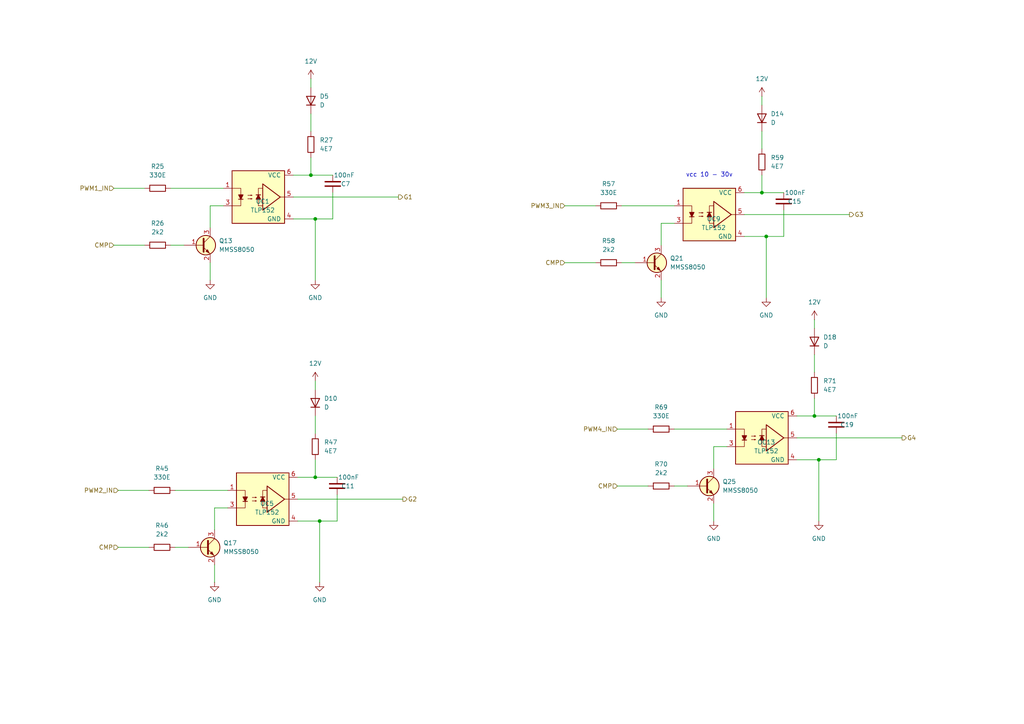
<source format=kicad_sch>
(kicad_sch (version 20231120) (generator "eeschema") (generator_version "8.0")
  (paper "A4")
  (lib_symbols
    (symbol "Device:D" (pin_numbers hide) (pin_names (offset 1.016) hide)
      (property "Reference" "D" (at 0 2.54 0))
      (property "Value" "D" (at 0 -2.54 0))
      (symbol "D_0_1"
        (polyline (pts (xy -1.27 1.27) (xy -1.27 -1.27)) (stroke (width 0.254)))
        (polyline (pts (xy 1.27 0) (xy -1.27 0)))
        (polyline (pts (xy 1.27 1.27) (xy 1.27 -1.27) (xy -1.27 0) (xy 1.27 1.27)) (stroke (width 0.254)))
      )
      (symbol "D_1_1"
        (pin passive line (at -3.81 0 0) (length 2.54) (name "K") (number "1"))
        (pin passive line (at 3.81 0 180) (length 2.54) (name "A") (number "2"))
      )
    )
    (symbol "PCM_Optocoupler_Gate_Driver_AKL:TLP152" (pin_names (offset 1.016))
      (property "Reference" "OC1" (at 1.27 -1.27 0))
      (property "Value" "TLP152" (at 1.27 -3.81 0))
      (symbol "TLP152_0_0"
        (rectangle (start -7.62 7.62) (end 7.62 -7.62) (stroke (width 0.254)) (fill (type background)))
        (polyline (pts (xy 7.62 0) (xy 6.35 0)))
        (polyline (pts (xy 1.27 -2.54) (xy 0 -2.54) (xy 0 2.54) (xy 1.27 2.54)))
        (polyline (pts (xy 6.35 0) (xy 1.27 3.81) (xy 1.27 -3.81) (xy 6.35 0)) (stroke (width 0.254)))
      )
      (symbol "TLP152_0_1"
        (polyline (pts (xy -5.715 -0.635) (xy -4.445 -0.635)) (stroke (width 0.254)))
        (polyline (pts (xy -7.62 2.54) (xy -5.08 2.54) (xy -5.08 -0.635)))
        (polyline (pts (xy -5.08 -0.635) (xy -5.08 -2.54) (xy -7.62 -2.54)))
        (polyline (pts (xy -5.08 -0.635) (xy -5.715 0.635) (xy -4.445 0.635) (xy -5.08 -0.635)) (stroke (width 0.254)) (fill (type outline)))
        (polyline (pts (xy -3.048 -0.508) (xy -1.778 -0.508) (xy -2.159 -0.635) (xy -2.159 -0.381) (xy -1.778 -0.508)))
        (polyline (pts (xy -3.048 0.508) (xy -1.778 0.508) (xy -2.159 0.381) (xy -2.159 0.635) (xy -1.778 0.508)))
      )
      (symbol "TLP152_1_1"
        (polyline (pts (xy 0.635 0.635) (xy -0.635 0.635)) (stroke (width 0.254)))
        (polyline (pts (xy 0 0.635) (xy 0.635 -0.635) (xy -0.635 -0.635) (xy 0 0.635)) (stroke (width 0.254)) (fill (type outline)))
        (pin passive line (at -10.16 2.54 0) (length 2.54) (name "~") (number "1"))
        (pin no_connect line (at 0 0 0) (length 2.54) hide (name "NC") (number "2"))
        (pin passive line (at -10.16 -2.54 0) (length 2.54) (name "~") (number "3"))
        (pin power_in line (at 10.16 -6.35 180) (length 2.54) (name "GND") (number "4"))
        (pin output line (at 10.16 0 180) (length 2.54) (name "~") (number "5"))
        (pin power_in line (at 10.16 6.35 180) (length 2.54) (name "VCC") (number "6"))
      )
    )
    (symbol "PCM_SL_Devices:Capacitor_NP"
      (property "Reference" "C" (at 0 6.35 0))
      (property "Value" "Capacitor_NP" (at 0 3.81 0))
      (symbol "Capacitor_NP_0_1"
        (rectangle (start -0.762 2.286) (end -0.508 -2.286) (fill (type outline)))
        (rectangle (start 0.508 2.286) (end 0.762 -2.286) (fill (type outline)))
      )
      (symbol "Capacitor_NP_1_1"
        (pin passive line (at -2.54 0 0) (length 2) (name "~") (number "1"))
        (pin input line (at 2.54 0 180) (length 2) (name "~") (number "2"))
      )
    )
    (symbol "PCM_SL_Resistors:Resistor"
      (property "Reference" "R" (at 0 5.08 0))
      (property "Value" "Resistor" (at 0 2.54 0))
      (symbol "Resistor_0_1"
        (rectangle (start -2.286 0.889) (end 2.286 -0.889) (stroke (width 0.24)))
      )
      (symbol "Resistor_1_1"
        (pin passive line (at -3.81 0 0) (length 1.5) (name "") (number "1"))
        (pin passive line (at 3.81 0 180) (length 1.5) (name "~") (number "2"))
      )
    )
    (symbol "PCM_Transistor_BJT_AKL:MMSS8050" (pin_names hide)
      (property "Reference" "Q" (at 5.08 1.27 0))
      (property "Value" "MMSS8050" (at 5.08 -1.27 0))
      (symbol "MMSS8050_0_1"
        (polyline (pts (xy 0.635 0.635) (xy 2.54 2.54)))
        (polyline (pts (xy 0.635 -0.635) (xy 2.54 -2.54) (xy 2.54 -2.54)))
        (polyline (pts (xy 0.635 1.905) (xy 0.635 -1.905) (xy 0.635 -1.905)) (stroke (width 0.508)))
        (polyline (pts (xy 1.27 -1.778) (xy 1.778 -1.27) (xy 2.286 -2.286) (xy 1.27 -1.778) (xy 1.27 -1.778)) (fill (type outline)))
        (circle (center 1.27 0) (radius 2.8194) (stroke (width 0.254)) (fill (type background)))
      )
      (symbol "MMSS8050_1_1"
        (pin input line (at -5.08 0 0) (length 5.715) (name "B") (number "1"))
        (pin passive line (at 2.54 -5.08 90) (length 2.54) (name "E") (number "2"))
        (pin passive line (at 2.54 5.08 270) (length 2.54) (name "C") (number "3"))
      )
    )
    (symbol "power:GND" (power) (pin_numbers hide) (pin_names (offset 0) hide)
      (property "Value" "GND" (at 0 -3.81 0))
      (symbol "GND_0_1"
        (polyline (pts (xy 0 0) (xy 0 -1.27) (xy 1.27 -1.27) (xy 0 -2.54) (xy -1.27 -1.27) (xy 0 -1.27)))
      )
      (symbol "GND_1_1"
        (pin power_in line (at 0 0 270) (length 0) (name "~") (number "1"))
      )
    )
    (symbol "power:VCC" (power) (pin_numbers hide) (pin_names (offset 0) hide)
      (property "Value" "VCC" (at 0 3.556 0))
      (symbol "VCC_0_1"
        (polyline (pts (xy -0.762 1.27) (xy 0 2.54)))
        (polyline (pts (xy 0 0) (xy 0 2.54)))
        (polyline (pts (xy 0 2.54) (xy 0.762 1.27)))
      )
      (symbol "VCC_1_1"
        (pin power_in line (at 0 0 90) (length 0) (name "~") (number "1"))
      )
    )
  )
  (junction (at 237.49 133.35))
  (junction (at 236.22 120.65))
  (junction (at 220.98 55.88))
  (junction (at 91.44 138.43))
  (junction (at 90.17 50.8))
  (junction (at 222.25 68.58))
  (junction (at 92.71 151.13))
  (junction (at 91.44 63.5))
  (wire (pts (xy 222.25 68.58) (xy 222.25 86.36)))
  (wire (pts (xy 220.98 27.94) (xy 220.98 30.48)))
  (wire (pts (xy 96.52 63.5) (xy 91.44 63.5)))
  (wire (pts (xy 237.49 133.35) (xy 237.49 151.13)))
  (wire (pts (xy 191.77 64.77) (xy 191.77 71.12)))
  (wire (pts (xy 50.8 158.75) (xy 54.61 158.75)))
  (wire (pts (xy 180.34 59.69) (xy 195.58 59.69)))
  (wire (pts (xy 220.98 50.8) (xy 220.98 55.88)))
  (wire (pts (xy 62.23 147.32) (xy 62.23 153.67)))
  (wire (pts (xy 86.36 138.43) (xy 91.44 138.43)))
  (wire (pts (xy 207.01 146.05) (xy 207.01 151.13)))
  (wire (pts (xy 49.53 54.61) (xy 64.77 54.61)))
  (wire (pts (xy 215.9 62.23) (xy 246.38 62.23)))
  (wire (pts (xy 60.96 76.2) (xy 60.96 81.28)))
  (wire (pts (xy 85.09 63.5) (xy 91.44 63.5)))
  (wire (pts (xy 91.44 110.49) (xy 91.44 113.03)))
  (wire (pts (xy 60.96 59.69) (xy 60.96 66.04)))
  (wire (pts (xy 227.33 68.58) (xy 222.25 68.58)))
  (wire (pts (xy 191.77 81.28) (xy 191.77 86.36)))
  (wire (pts (xy 220.98 38.1) (xy 220.98 43.18)))
  (wire (pts (xy 231.14 120.65) (xy 236.22 120.65)))
  (wire (pts (xy 49.53 71.12) (xy 53.34 71.12)))
  (wire (pts (xy 85.09 50.8) (xy 90.17 50.8)))
  (wire (pts (xy 236.22 115.57) (xy 236.22 120.65)))
  (wire (pts (xy 215.9 68.58) (xy 222.25 68.58)))
  (wire (pts (xy 227.33 55.88) (xy 220.98 55.88)))
  (wire (pts (xy 195.58 124.46) (xy 210.82 124.46)))
  (wire (pts (xy 163.83 76.2) (xy 172.72 76.2)))
  (wire (pts (xy 207.01 129.54) (xy 210.82 129.54)))
  (wire (pts (xy 91.44 63.5) (xy 91.44 81.28)))
  (wire (pts (xy 97.79 151.13) (xy 92.71 151.13)))
  (wire (pts (xy 195.58 140.97) (xy 199.39 140.97)))
  (wire (pts (xy 92.71 151.13) (xy 92.71 168.91)))
  (wire (pts (xy 242.57 125.73) (xy 242.57 133.35)))
  (wire (pts (xy 242.57 120.65) (xy 236.22 120.65)))
  (wire (pts (xy 231.14 133.35) (xy 237.49 133.35)))
  (wire (pts (xy 91.44 120.65) (xy 91.44 125.73)))
  (wire (pts (xy 191.77 64.77) (xy 195.58 64.77)))
  (wire (pts (xy 90.17 22.86) (xy 90.17 25.4)))
  (wire (pts (xy 62.23 147.32) (xy 66.04 147.32)))
  (wire (pts (xy 231.14 127) (xy 261.62 127)))
  (wire (pts (xy 86.36 144.78) (xy 116.84 144.78)))
  (wire (pts (xy 236.22 102.87) (xy 236.22 107.95)))
  (wire (pts (xy 34.29 158.75) (xy 43.18 158.75)))
  (wire (pts (xy 179.07 124.46) (xy 187.96 124.46)))
  (wire (pts (xy 62.23 163.83) (xy 62.23 168.91)))
  (wire (pts (xy 91.44 133.35) (xy 91.44 138.43)))
  (wire (pts (xy 33.02 54.61) (xy 41.91 54.61)))
  (wire (pts (xy 85.09 57.15) (xy 115.57 57.15)))
  (wire (pts (xy 207.01 129.54) (xy 207.01 135.89)))
  (wire (pts (xy 60.96 59.69) (xy 64.77 59.69)))
  (wire (pts (xy 215.9 55.88) (xy 220.98 55.88)))
  (wire (pts (xy 97.79 138.43) (xy 91.44 138.43)))
  (wire (pts (xy 236.22 92.71) (xy 236.22 95.25)))
  (wire (pts (xy 33.02 71.12) (xy 41.91 71.12)))
  (wire (pts (xy 90.17 45.72) (xy 90.17 50.8)))
  (wire (pts (xy 50.8 142.24) (xy 66.04 142.24)))
  (wire (pts (xy 90.17 33.02) (xy 90.17 38.1)))
  (wire (pts (xy 97.79 143.51) (xy 97.79 151.13)))
  (wire (pts (xy 86.36 151.13) (xy 92.71 151.13)))
  (wire (pts (xy 180.34 76.2) (xy 184.15 76.2)))
  (wire (pts (xy 96.52 55.88) (xy 96.52 63.5)))
  (wire (pts (xy 227.33 60.96) (xy 227.33 68.58)))
  (wire (pts (xy 34.29 142.24) (xy 43.18 142.24)))
  (wire (pts (xy 163.83 59.69) (xy 172.72 59.69)))
  (wire (pts (xy 96.52 50.8) (xy 90.17 50.8)))
  (wire (pts (xy 242.57 133.35) (xy 237.49 133.35)))
  (wire (pts (xy 179.07 140.97) (xy 187.96 140.97)))
  (text "vcc 10 - 30v\n" (at 205.74 50.8 0) (effects (font (size 1.27 1.27))))
  (hierarchical_label "G2" (shape output) (at 116.84 144.78 0))
  (hierarchical_label "PWM4_IN" (shape input) (at 179.07 124.46 180))
  (hierarchical_label "CMP" (shape input) (at 33.02 71.12 180))
  (hierarchical_label "CMP" (shape input) (at 163.83 76.2 180))
  (hierarchical_label "G3" (shape output) (at 246.38 62.23 0))
  (hierarchical_label "G4" (shape output) (at 261.62 127 0))
  (hierarchical_label "CMP" (shape input) (at 34.29 158.75 180))
  (hierarchical_label "G1" (shape output) (at 115.57 57.15 0))
  (hierarchical_label "PWM1_IN" (shape input) (at 33.02 54.61 180))
  (hierarchical_label "CMP" (shape input) (at 179.07 140.97 180))
  (hierarchical_label "PWM3_IN" (shape input) (at 163.83 59.69 180))
  (hierarchical_label "PWM2_IN" (shape input) (at 34.29 142.24 180))
  (symbol (lib_id "power:VCC") (at 220.98 27.94 0) (unit 1)
    (property "Reference" "#PWR036" (effects (hide yes)))
    (property "Value" "12V" (at 220.98 22.86 0))
    (property "Description" "Power symbol creates a global label with name \"VCC\"" (effects (hide yes)))
  )
  (symbol (lib_id "PCM_SL_Devices:Capacitor_NP") (at 227.33 58.42 270) (unit 1)
    (property "Reference" "C15" (at 232.41 58.42 90) (effects (justify right)))
    (property "Value" "100nF" (at 233.68 55.88 90) (effects (justify right)))
    (property "Footprint" "Capacitor_THT:C_Disc_D3.0mm_W2.0mm_P2.50mm" (effects (hide yes)))
    (property "Description" "Unpolarized Capacitor" (effects (hide yes)))
  )
  (symbol (lib_id "PCM_Transistor_BJT_AKL:MMSS8050") (at 204.47 140.97 0) (unit 1)
    (property "Reference" "Q25" (at 209.55 139.6999 0) (effects (justify left)))
    (property "Value" "MMSS8050" (at 209.55 142.2399 0) (effects (justify left)))
    (property "Footprint" "inqbe:TO-92" (effects (hide yes)))
    (property "Datasheet" "https://www.tme.eu/Document/724c1368d1e41c0842e24711fa206132/MMSS8050.pdf" (effects (hide yes)))
    (property "Description" "NPN SOT-23 transistor, 25V, 1.5A, Alternate KiCAD Library" (effects (hide yes)))
  )
  (symbol (lib_id "PCM_Transistor_BJT_AKL:MMSS8050") (at 189.23 76.2 0) (unit 1)
    (property "Reference" "Q21" (at 194.31 74.9299 0) (effects (justify left)))
    (property "Value" "MMSS8050" (at 194.31 77.4699 0) (effects (justify left)))
    (property "Footprint" "inqbe:TO-92" (effects (hide yes)))
    (property "Datasheet" "https://www.tme.eu/Document/724c1368d1e41c0842e24711fa206132/MMSS8050.pdf" (effects (hide yes)))
    (property "Description" "NPN SOT-23 transistor, 25V, 1.5A, Alternate KiCAD Library" (effects (hide yes)))
  )
  (symbol (lib_id "PCM_SL_Resistors:Resistor") (at 46.99 142.24 180) (unit 1)
    (property "Reference" "R45" (at 46.99 135.89 0))
    (property "Value" "330E" (at 46.99 138.43 0))
    (property "Footprint" "Resistor_SMD:R_0805_2012Metric_Pad1.20x1.40mm_HandSolder" (effects (hide yes)))
    (property "Description" "1/4W Resistor" (effects (hide yes)))
  )
  (symbol (lib_id "power:GND") (at 62.23 168.91 0) (unit 1)
    (property "Reference" "#PWR023" (effects (hide yes)))
    (property "Value" "GND" (at 62.23 173.99 0))
    (property "Description" "Power symbol creates a global label with name \"GND\" , ground" (effects (hide yes)))
  )
  (symbol (lib_id "PCM_SL_Resistors:Resistor") (at 191.77 124.46 180) (unit 1)
    (property "Reference" "R69" (at 191.77 118.11 0))
    (property "Value" "330E" (at 191.77 120.65 0))
    (property "Footprint" "Resistor_SMD:R_0805_2012Metric_Pad1.20x1.40mm_HandSolder" (effects (hide yes)))
    (property "Description" "1/4W Resistor" (effects (hide yes)))
  )
  (symbol (lib_id "PCM_Transistor_BJT_AKL:MMSS8050") (at 58.42 71.12 0) (unit 1)
    (property "Reference" "Q13" (at 63.5 69.8499 0) (effects (justify left)))
    (property "Value" "MMSS8050" (at 63.5 72.3899 0) (effects (justify left)))
    (property "Footprint" "inqbe:TO-92" (effects (hide yes)))
    (property "Datasheet" "https://www.tme.eu/Document/724c1368d1e41c0842e24711fa206132/MMSS8050.pdf" (effects (hide yes)))
    (property "Description" "NPN SOT-23 transistor, 25V, 1.5A, Alternate KiCAD Library" (effects (hide yes)))
  )
  (symbol (lib_id "PCM_SL_Resistors:Resistor") (at 46.99 158.75 180) (unit 1)
    (property "Reference" "R46" (at 46.99 152.4 0))
    (property "Value" "2k2" (at 46.99 154.94 0))
    (property "Footprint" "Resistor_SMD:R_0805_2012Metric_Pad1.20x1.40mm_HandSolder" (effects (hide yes)))
    (property "Description" "1/4W Resistor" (effects (hide yes)))
  )
  (symbol (lib_id "Device:D") (at 90.17 29.21 90) (unit 1)
    (property "Reference" "D5" (at 92.71 27.9399 90) (effects (justify right)))
    (property "Value" "D" (at 92.71 30.4799 90) (effects (justify right)))
    (property "Footprint" "Diode_THT:D_A-405_P7.62mm_Horizontal" (effects (hide yes)))
    (property "Description" "Diode" (effects (hide yes)))
    (property "Sim.Device" "D" (effects (hide yes)))
    (property "Sim.Pins" "1=K 2=A" (effects (hide yes)))
  )
  (symbol (lib_id "PCM_Transistor_BJT_AKL:MMSS8050") (at 59.69 158.75 0) (unit 1)
    (property "Reference" "Q17" (at 64.77 157.4799 0) (effects (justify left)))
    (property "Value" "MMSS8050" (at 64.77 160.0199 0) (effects (justify left)))
    (property "Footprint" "inqbe:TO-92" (effects (hide yes)))
    (property "Datasheet" "https://www.tme.eu/Document/724c1368d1e41c0842e24711fa206132/MMSS8050.pdf" (effects (hide yes)))
    (property "Description" "NPN SOT-23 transistor, 25V, 1.5A, Alternate KiCAD Library" (effects (hide yes)))
  )
  (symbol (lib_id "PCM_SL_Resistors:Resistor") (at 176.53 59.69 180) (unit 1)
    (property "Reference" "R57" (at 176.53 53.34 0))
    (property "Value" "330E" (at 176.53 55.88 0))
    (property "Footprint" "Resistor_SMD:R_0805_2012Metric_Pad1.20x1.40mm_HandSolder" (effects (hide yes)))
    (property "Description" "1/4W Resistor" (effects (hide yes)))
  )
  (symbol (lib_id "power:GND") (at 191.77 86.36 0) (unit 1)
    (property "Reference" "#PWR035" (effects (hide yes)))
    (property "Value" "GND" (at 191.77 91.44 0))
    (property "Description" "Power symbol creates a global label with name \"GND\" , ground" (effects (hide yes)))
  )
  (symbol (lib_id "PCM_SL_Resistors:Resistor") (at 176.53 76.2 180) (unit 1)
    (property "Reference" "R58" (at 176.53 69.85 0))
    (property "Value" "2k2" (at 176.53 72.39 0))
    (property "Footprint" "Resistor_SMD:R_0805_2012Metric_Pad1.20x1.40mm_HandSolder" (effects (hide yes)))
    (property "Description" "1/4W Resistor" (effects (hide yes)))
  )
  (symbol (lib_id "PCM_SL_Resistors:Resistor") (at 191.77 140.97 180) (unit 1)
    (property "Reference" "R70" (at 191.77 134.62 0))
    (property "Value" "2k2" (at 191.77 137.16 0))
    (property "Footprint" "Resistor_SMD:R_0805_2012Metric_Pad1.20x1.40mm_HandSolder" (effects (hide yes)))
    (property "Description" "1/4W Resistor" (effects (hide yes)))
  )
  (symbol (lib_id "power:VCC") (at 236.22 92.71 0) (unit 1)
    (property "Reference" "#PWR048" (effects (hide yes)))
    (property "Value" "12V" (at 236.22 87.63 0))
    (property "Description" "Power symbol creates a global label with name \"VCC\"" (effects (hide yes)))
  )
  (symbol (lib_id "power:GND") (at 237.49 151.13 0) (unit 1)
    (property "Reference" "#PWR049" (effects (hide yes)))
    (property "Value" "GND" (at 237.49 156.21 0))
    (property "Description" "Power symbol creates a global label with name \"GND\" , ground" (effects (hide yes)))
  )
  (symbol (lib_id "PCM_Optocoupler_Gate_Driver_AKL:TLP152") (at 74.93 57.15 0) (unit 1)
    (property "Reference" "OC1" (at 76.2 58.42 0))
    (property "Value" "TLP152" (at 76.2 60.96 0))
    (property "Footprint" "Package_SO:SO-5_4.4x3.6mm_P1.27mm" (effects (hide yes)))
    (property "Datasheet" "https://www.tme.eu/Document/0ecb2936477951c69a460cf21f1cd2f3/TLP152%28E%28T.pdf" (effects (hide yes)))
    (property "Description" "SO-5 Optocoupler, Gate Driver output, 3.75kV, 2.5A, 190ns, Alternate KiCAD Library" (effects (hide yes)))
  )
  (symbol (lib_id "PCM_Optocoupler_Gate_Driver_AKL:TLP152") (at 205.74 62.23 0) (unit 1)
    (property "Reference" "OC9" (at 207.01 63.5 0))
    (property "Value" "TLP152" (at 207.01 66.04 0))
    (property "Footprint" "Package_SO:SO-5_4.4x3.6mm_P1.27mm" (effects (hide yes)))
    (property "Datasheet" "https://www.tme.eu/Document/0ecb2936477951c69a460cf21f1cd2f3/TLP152%28E%28T.pdf" (effects (hide yes)))
    (property "Description" "SO-5 Optocoupler, Gate Driver output, 3.75kV, 2.5A, 190ns, Alternate KiCAD Library" (effects (hide yes)))
  )
  (symbol (lib_id "power:VCC") (at 90.17 22.86 0) (unit 1)
    (property "Reference" "#PWR03" (effects (hide yes)))
    (property "Value" "12V" (at 90.17 17.78 0))
    (property "Description" "Power symbol creates a global label with name \"VCC\"" (effects (hide yes)))
  )
  (symbol (lib_id "PCM_Optocoupler_Gate_Driver_AKL:TLP152") (at 76.2 144.78 0) (unit 1)
    (property "Reference" "OC5" (at 77.47 146.05 0))
    (property "Value" "TLP152" (at 77.47 148.59 0))
    (property "Footprint" "Package_SO:SO-5_4.4x3.6mm_P1.27mm" (effects (hide yes)))
    (property "Datasheet" "https://www.tme.eu/Document/0ecb2936477951c69a460cf21f1cd2f3/TLP152%28E%28T.pdf" (effects (hide yes)))
    (property "Description" "SO-5 Optocoupler, Gate Driver output, 3.75kV, 2.5A, 190ns, Alternate KiCAD Library" (effects (hide yes)))
  )
  (symbol (lib_id "power:GND") (at 207.01 151.13 0) (unit 1)
    (property "Reference" "#PWR047" (effects (hide yes)))
    (property "Value" "GND" (at 207.01 156.21 0))
    (property "Description" "Power symbol creates a global label with name \"GND\" , ground" (effects (hide yes)))
  )
  (symbol (lib_id "power:GND") (at 60.96 81.28 0) (unit 1)
    (property "Reference" "#PWR02" (effects (hide yes)))
    (property "Value" "GND" (at 60.96 86.36 0))
    (property "Description" "Power symbol creates a global label with name \"GND\" , ground" (effects (hide yes)))
  )
  (symbol (lib_id "PCM_SL_Resistors:Resistor") (at 45.72 54.61 180) (unit 1)
    (property "Reference" "R25" (at 45.72 48.26 0))
    (property "Value" "330E" (at 45.72 50.8 0))
    (property "Footprint" "Resistor_SMD:R_0805_2012Metric_Pad1.20x1.40mm_HandSolder" (effects (hide yes)))
    (property "Description" "1/4W Resistor" (effects (hide yes)))
  )
  (symbol (lib_id "PCM_Optocoupler_Gate_Driver_AKL:TLP152") (at 220.98 127 0) (unit 1)
    (property "Reference" "OC13" (at 222.25 128.27 0))
    (property "Value" "TLP152" (at 222.25 130.81 0))
    (property "Footprint" "Package_SO:SO-5_4.4x3.6mm_P1.27mm" (effects (hide yes)))
    (property "Datasheet" "https://www.tme.eu/Document/0ecb2936477951c69a460cf21f1cd2f3/TLP152%28E%28T.pdf" (effects (hide yes)))
    (property "Description" "SO-5 Optocoupler, Gate Driver output, 3.75kV, 2.5A, 190ns, Alternate KiCAD Library" (effects (hide yes)))
  )
  (symbol (lib_id "Device:D") (at 91.44 116.84 90) (unit 1)
    (property "Reference" "D10" (at 93.98 115.5699 90) (effects (justify right)))
    (property "Value" "D" (at 93.98 118.1099 90) (effects (justify right)))
    (property "Footprint" "Diode_THT:D_A-405_P7.62mm_Horizontal" (effects (hide yes)))
    (property "Description" "Diode" (effects (hide yes)))
    (property "Sim.Device" "D" (effects (hide yes)))
    (property "Sim.Pins" "1=K 2=A" (effects (hide yes)))
  )
  (symbol (lib_id "power:GND") (at 222.25 86.36 0) (unit 1)
    (property "Reference" "#PWR037" (effects (hide yes)))
    (property "Value" "GND" (at 222.25 91.44 0))
    (property "Description" "Power symbol creates a global label with name \"GND\" , ground" (effects (hide yes)))
  )
  (symbol (lib_id "PCM_SL_Resistors:Resistor") (at 45.72 71.12 180) (unit 1)
    (property "Reference" "R26" (at 45.72 64.77 0))
    (property "Value" "2k2" (at 45.72 67.31 0))
    (property "Footprint" "Resistor_SMD:R_0805_2012Metric_Pad1.20x1.40mm_HandSolder" (effects (hide yes)))
    (property "Description" "1/4W Resistor" (effects (hide yes)))
  )
  (symbol (lib_id "PCM_SL_Devices:Capacitor_NP") (at 96.52 53.34 270) (unit 1)
    (property "Reference" "C7" (at 101.6 53.34 90) (effects (justify right)))
    (property "Value" "100nF" (at 102.87 50.8 90) (effects (justify right)))
    (property "Footprint" "Capacitor_THT:C_Disc_D3.0mm_W2.0mm_P2.50mm" (effects (hide yes)))
    (property "Description" "Unpolarized Capacitor" (effects (hide yes)))
  )
  (symbol (lib_id "PCM_SL_Resistors:Resistor") (at 236.22 111.76 90) (unit 1)
    (property "Reference" "R71" (at 238.76 110.4899 90) (effects (justify right)))
    (property "Value" "4E7" (at 238.76 113.0299 90) (effects (justify right)))
    (property "Footprint" "Resistor_SMD:R_0805_2012Metric_Pad1.20x1.40mm_HandSolder" (effects (hide yes)))
    (property "Description" "1/4W Resistor" (effects (hide yes)))
  )
  (symbol (lib_id "power:GND") (at 92.71 168.91 0) (unit 1)
    (property "Reference" "#PWR025" (effects (hide yes)))
    (property "Value" "GND" (at 92.71 173.99 0))
    (property "Description" "Power symbol creates a global label with name \"GND\" , ground" (effects (hide yes)))
  )
  (symbol (lib_id "power:GND") (at 91.44 81.28 0) (unit 1)
    (property "Reference" "#PWR04" (effects (hide yes)))
    (property "Value" "GND" (at 91.44 86.36 0))
    (property "Description" "Power symbol creates a global label with name \"GND\" , ground" (effects (hide yes)))
  )
  (symbol (lib_id "PCM_SL_Resistors:Resistor") (at 91.44 129.54 90) (unit 1)
    (property "Reference" "R47" (at 93.98 128.2699 90) (effects (justify right)))
    (property "Value" "4E7" (at 93.98 130.8099 90) (effects (justify right)))
    (property "Footprint" "Resistor_SMD:R_0805_2012Metric_Pad1.20x1.40mm_HandSolder" (effects (hide yes)))
    (property "Description" "1/4W Resistor" (effects (hide yes)))
  )
  (symbol (lib_id "PCM_SL_Resistors:Resistor") (at 220.98 46.99 90) (unit 1)
    (property "Reference" "R59" (at 223.52 45.7199 90) (effects (justify right)))
    (property "Value" "4E7" (at 223.52 48.2599 90) (effects (justify right)))
    (property "Footprint" "Resistor_SMD:R_0805_2012Metric_Pad1.20x1.40mm_HandSolder" (effects (hide yes)))
    (property "Description" "1/4W Resistor" (effects (hide yes)))
  )
  (symbol (lib_id "Device:D") (at 220.98 34.29 90) (unit 1)
    (property "Reference" "D14" (at 223.52 33.0199 90) (effects (justify right)))
    (property "Value" "D" (at 223.52 35.5599 90) (effects (justify right)))
    (property "Footprint" "Diode_THT:D_A-405_P7.62mm_Horizontal" (effects (hide yes)))
    (property "Description" "Diode" (effects (hide yes)))
    (property "Sim.Device" "D" (effects (hide yes)))
    (property "Sim.Pins" "1=K 2=A" (effects (hide yes)))
  )
  (symbol (lib_id "PCM_SL_Resistors:Resistor") (at 90.17 41.91 90) (unit 1)
    (property "Reference" "R27" (at 92.71 40.6399 90) (effects (justify right)))
    (property "Value" "4E7" (at 92.71 43.1799 90) (effects (justify right)))
    (property "Footprint" "Resistor_SMD:R_0805_2012Metric_Pad1.20x1.40mm_HandSolder" (effects (hide yes)))
    (property "Description" "1/4W Resistor" (effects (hide yes)))
  )
  (symbol (lib_id "PCM_SL_Devices:Capacitor_NP") (at 97.79 140.97 270) (unit 1)
    (property "Reference" "C11" (at 102.87 140.97 90) (effects (justify right)))
    (property "Value" "100nF" (at 104.14 138.43 90) (effects (justify right)))
    (property "Footprint" "Capacitor_THT:C_Disc_D3.0mm_W2.0mm_P2.50mm" (effects (hide yes)))
    (property "Description" "Unpolarized Capacitor" (effects (hide yes)))
  )
  (symbol (lib_id "PCM_SL_Devices:Capacitor_NP") (at 242.57 123.19 270) (unit 1)
    (property "Reference" "C19" (at 247.65 123.19 90) (effects (justify right)))
    (property "Value" "100nF" (at 248.92 120.65 90) (effects (justify right)))
    (property "Footprint" "Capacitor_THT:C_Disc_D3.0mm_W2.0mm_P2.50mm" (effects (hide yes)))
    (property "Description" "Unpolarized Capacitor" (effects (hide yes)))
  )
  (symbol (lib_id "power:VCC") (at 91.44 110.49 0) (unit 1)
    (property "Reference" "#PWR024" (effects (hide yes)))
    (property "Value" "12V" (at 91.44 105.41 0))
    (property "Description" "Power symbol creates a global label with name \"VCC\"" (effects (hide yes)))
  )
  (symbol (lib_id "Device:D") (at 236.22 99.06 90) (unit 1)
    (property "Reference" "D18" (at 238.76 97.7899 90) (effects (justify right)))
    (property "Value" "D" (at 238.76 100.3299 90) (effects (justify right)))
    (property "Footprint" "Diode_THT:D_A-405_P7.62mm_Horizontal" (effects (hide yes)))
    (property "Description" "Diode" (effects (hide yes)))
    (property "Sim.Device" "D" (effects (hide yes)))
    (property "Sim.Pins" "1=K 2=A" (effects (hide yes)))
  )
)
</source>
